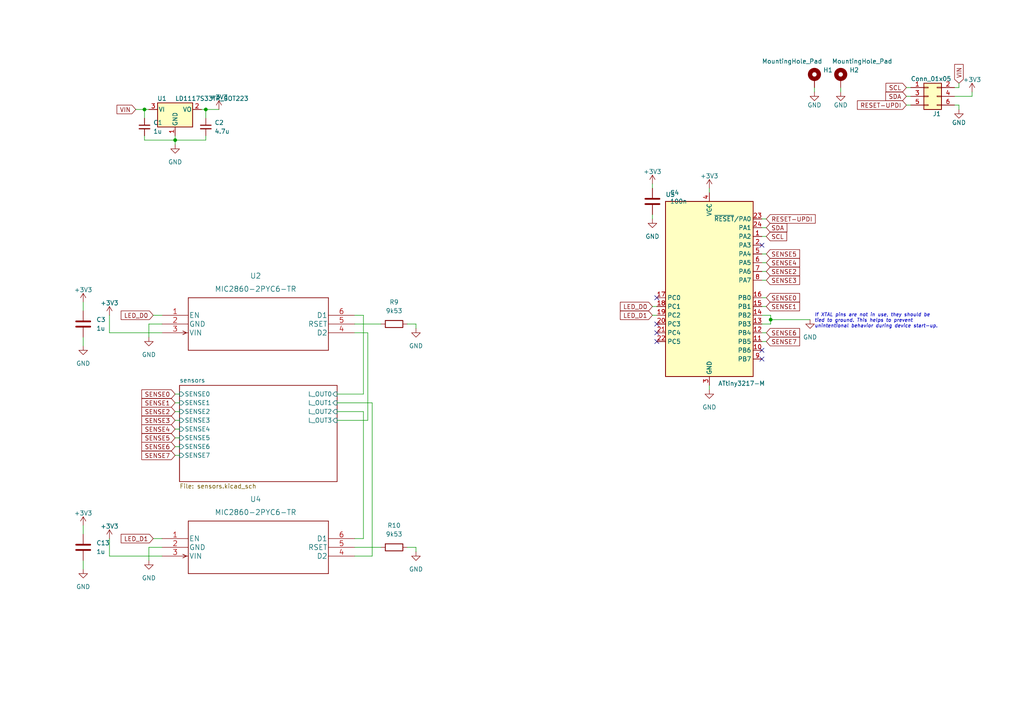
<source format=kicad_sch>
(kicad_sch (version 20211123) (generator eeschema)
  (paper "A4")
  (title_block (title "Schema Lijnvolger") (date "2022-11-08") (rev "1.0") (company "Daan Dekoning Krekels") (comment 1 "AP Hogeschool"))
  (lib_symbols
    (symbol "Connector_Generic:Conn_02x03_Odd_Even" (pin_names (offset 1.016) hide)
      (property "Reference" "J" (at 1.27 5.08 0))
      (property "Value" "Conn_02x03_Odd_Even" (at 1.27 -5.08 0))
      (symbol "Conn_02x03_Odd_Even_1_1"
        (rectangle (start -1.27 -2.413) (end 0 -2.667) (stroke (width 0.1524)))
        (rectangle (start -1.27 0.127) (end 0 -0.127) (stroke (width 0.1524)))
        (rectangle (start -1.27 2.667) (end 0 2.413) (stroke (width 0.1524)))
        (rectangle (start -1.27 3.81) (end 3.81 -3.81) (stroke (width 0.254)) (fill (type background)))
        (rectangle (start 3.81 -2.413) (end 2.54 -2.667) (stroke (width 0.1524)))
        (rectangle (start 3.81 0.127) (end 2.54 -0.127) (stroke (width 0.1524)))
        (rectangle (start 3.81 2.667) (end 2.54 2.413) (stroke (width 0.1524)))
        (pin passive line (at -5.08 2.54 0) (length 3.81) (name "Pin_1") (number "1"))
        (pin passive line (at 7.62 2.54 180) (length 3.81) (name "Pin_2") (number "2"))
        (pin passive line (at -5.08 0 0) (length 3.81) (name "Pin_3") (number "3"))
        (pin passive line (at 7.62 0 180) (length 3.81) (name "Pin_4") (number "4"))
        (pin passive line (at -5.08 -2.54 0) (length 3.81) (name "Pin_5") (number "5"))
        (pin passive line (at 7.62 -2.54 180) (length 3.81) (name "Pin_6") (number "6"))
      )
    )
    (symbol "Device:C" (pin_numbers hide) (pin_names (offset 0.254))
      (property "Reference" "C" (at 0.635 2.54 0))
      (property "Value" "C" (at 0.635 -2.54 0))
      (symbol "C_0_1"
        (polyline (pts (xy -2.032 -0.762) (xy 2.032 -0.762)) (stroke (width 0.508)))
        (polyline (pts (xy -2.032 0.762) (xy 2.032 0.762)) (stroke (width 0.508)))
      )
      (symbol "C_1_1"
        (pin passive line (at 0 3.81 270) (length 2.794) (name "~") (number "1"))
        (pin passive line (at 0 -3.81 90) (length 2.794) (name "~") (number "2"))
      )
    )
    (symbol "Device:C_Small" (pin_numbers hide) (pin_names (offset 0.254) hide)
      (property "Reference" "C" (at 0.254 1.778 0))
      (property "Value" "C_Small" (at 0.254 -2.032 0))
      (symbol "C_Small_0_1"
        (polyline (pts (xy -1.524 -0.508) (xy 1.524 -0.508)) (stroke (width 0.3302)))
        (polyline (pts (xy -1.524 0.508) (xy 1.524 0.508)) (stroke (width 0.3048)))
      )
      (symbol "C_Small_1_1"
        (pin passive line (at 0 2.54 270) (length 2.032) (name "~") (number "1"))
        (pin passive line (at 0 -2.54 90) (length 2.032) (name "~") (number "2"))
      )
    )
    (symbol "Device:R" (pin_numbers hide) (pin_names (offset 0))
      (property "Reference" "R" (at 2.032 0 90))
      (property "Value" "R" (at 0 0 90))
      (symbol "R_0_1"
        (rectangle (start -1.016 -2.54) (end 1.016 2.54) (stroke (width 0.254)))
      )
      (symbol "R_1_1"
        (pin passive line (at 0 3.81 270) (length 1.27) (name "~") (number "1"))
        (pin passive line (at 0 -3.81 90) (length 1.27) (name "~") (number "2"))
      )
    )
    (symbol "MCU_Microchip_ATtiny:ATtiny3217-M"
      (property "Reference" "U" (at -12.7 26.67 0))
      (property "Value" "ATtiny3217-M" (at 2.54 -26.67 0))
      (symbol "ATtiny3217-M_0_1"
        (rectangle (start -12.7 -25.4) (end 12.7 25.4) (stroke (width 0.254)) (fill (type background)))
      )
      (symbol "ATtiny3217-M_1_1"
        (pin bidirectional line (at 15.24 15.24 180) (length 2.54) (name "PA2") (number "1"))
        (pin bidirectional line (at 15.24 -17.78 180) (length 2.54) (name "PB6") (number "10"))
        (pin bidirectional line (at 15.24 -15.24 180) (length 2.54) (name "PB5") (number "11"))
        (pin bidirectional line (at 15.24 -12.7 180) (length 2.54) (name "PB4") (number "12"))
        (pin bidirectional line (at 15.24 -10.16 180) (length 2.54) (name "PB3") (number "13"))
        (pin bidirectional line (at 15.24 -7.62 180) (length 2.54) (name "PB2") (number "14"))
        (pin bidirectional line (at 15.24 -5.08 180) (length 2.54) (name "PB1") (number "15"))
        (pin bidirectional line (at 15.24 -2.54 180) (length 2.54) (name "PB0") (number "16"))
        (pin bidirectional line (at -15.24 -2.54 0) (length 2.54) (name "PC0") (number "17"))
        (pin bidirectional line (at -15.24 -5.08 0) (length 2.54) (name "PC1") (number "18"))
        (pin bidirectional line (at -15.24 -7.62 0) (length 2.54) (name "PC2") (number "19"))
        (pin bidirectional line (at 15.24 12.7 180) (length 2.54) (name "PA3") (number "2"))
        (pin bidirectional line (at -15.24 -10.16 0) (length 2.54) (name "PC3") (number "20"))
        (pin bidirectional line (at -15.24 -12.7 0) (length 2.54) (name "PC4") (number "21"))
        (pin bidirectional line (at -15.24 -15.24 0) (length 2.54) (name "PC5") (number "22"))
        (pin bidirectional line (at 15.24 20.32 180) (length 2.54) (name "~{RESET}/PA0") (number "23"))
        (pin bidirectional line (at 15.24 17.78 180) (length 2.54) (name "PA1") (number "24"))
        (pin passive line (at 0 -27.94 90) (length 2.54) hide (name "GND") (number "25"))
        (pin power_in line (at 0 -27.94 90) (length 2.54) (name "GND") (number "3"))
        (pin power_in line (at 0 27.94 270) (length 2.54) (name "VCC") (number "4"))
        (pin bidirectional line (at 15.24 10.16 180) (length 2.54) (name "PA4") (number "5"))
        (pin bidirectional line (at 15.24 7.62 180) (length 2.54) (name "PA5") (number "6"))
        (pin bidirectional line (at 15.24 5.08 180) (length 2.54) (name "PA6") (number "7"))
        (pin bidirectional line (at 15.24 2.54 180) (length 2.54) (name "PA7") (number "8"))
        (pin bidirectional line (at 15.24 -20.32 180) (length 2.54) (name "PB7") (number "9"))
      )
    )
    (symbol "MIC2860-2PYC6-TR:MIC2860-2PYC6-TR" (pin_names (offset 0.254))
      (property "Reference" "U" (at 27.94 10.16 0))
      (property "Value" "MIC2860-2PYC6-TR" (at 27.94 7.62 0))
      (symbol "MIC2860-2PYC6-TR_1_1"
        (polyline (pts (xy 7.112 -5.08) (xy 6.0452 -5.588)) (stroke (width 0.2032)))
        (polyline (pts (xy 7.112 -5.08) (xy 6.0452 -4.572)) (stroke (width 0.2032)))
        (polyline (pts (xy 7.62 -10.16) (xy 48.26 -10.16)) (stroke (width 0.2032)))
        (polyline (pts (xy 7.62 5.08) (xy 7.62 -10.16)) (stroke (width 0.2032)))
        (polyline (pts (xy 48.26 -10.16) (xy 48.26 5.08)) (stroke (width 0.2032)))
        (polyline (pts (xy 48.26 5.08) (xy 7.62 5.08)) (stroke (width 0.2032)))
        (pin unspecified line (at 0 0 0) (length 7.62) (name "EN") (number "1"))
        (pin power_in line (at 0 -2.54 0) (length 7.62) (name "GND") (number "2"))
        (pin input line (at 0 -5.08 0) (length 7.62) (name "VIN") (number "3"))
        (pin unspecified line (at 55.88 -5.08 180) (length 7.62) (name "D2") (number "4"))
        (pin unspecified line (at 55.88 -2.54 180) (length 7.62) (name "RSET") (number "5"))
        (pin unspecified line (at 55.88 0 180) (length 7.62) (name "D1") (number "6"))
      )
    )
    (symbol "Mechanical:MountingHole_Pad" (pin_numbers hide) (pin_names (offset 1.016) hide)
      (property "Reference" "H" (at 0 6.35 0))
      (property "Value" "MountingHole_Pad" (at 0 4.445 0))
      (symbol "MountingHole_Pad_0_1"
        (circle (center 0 1.27) (radius 1.27) (stroke (width 1.27)))
      )
      (symbol "MountingHole_Pad_1_1"
        (pin input line (at 0 -2.54 90) (length 2.54) (name "1") (number "1"))
      )
    )
    (symbol "Regulator_Linear:LD1117S33TR_SOT223" (pin_names (offset 0.254))
      (property "Reference" "U" (at -3.81 3.175 0))
      (property "Value" "LD1117S33TR_SOT223" (at 0 3.175 0))
      (symbol "LD1117S33TR_SOT223_0_1"
        (rectangle (start -5.08 -5.08) (end 5.08 1.905) (stroke (width 0.254)) (fill (type background)))
      )
      (symbol "LD1117S33TR_SOT223_1_1"
        (pin power_in line (at 0 -7.62 90) (length 2.54) (name "GND") (number "1"))
        (pin power_out line (at 7.62 0 180) (length 2.54) (name "VO") (number "2"))
        (pin power_in line (at -7.62 0 0) (length 2.54) (name "VI") (number "3"))
      )
    )
    (symbol "power:+3V3" (power) (pin_names (offset 0))
      (property "Value" "+3V3" (at 0 3.556 0))
      (symbol "+3V3_0_1"
        (polyline (pts (xy -0.762 1.27) (xy 0 2.54)))
        (polyline (pts (xy 0 0) (xy 0 2.54)))
        (polyline (pts (xy 0 2.54) (xy 0.762 1.27)))
      )
      (symbol "+3V3_1_1"
        (pin power_in line (at 0 0 90) (length 0) hide (name "+3V3") (number "1"))
      )
    )
    (symbol "power:GND" (power) (pin_names (offset 0))
      (property "Value" "GND" (at 0 -3.81 0))
      (symbol "GND_0_1"
        (polyline (pts (xy 0 0) (xy 0 -1.27) (xy 1.27 -1.27) (xy 0 -2.54) (xy -1.27 -1.27) (xy 0 -1.27)))
      )
      (symbol "GND_1_1"
        (pin power_in line (at 0 0 270) (length 0) hide (name "GND") (number "1"))
      )
    )
  )
  (junction (at 59.69 31.75))
  (junction (at 223.52 92.71))
  (junction (at 50.8 40.64))
  (junction (at 41.91 31.75))
  (no_connect (at 220.98 104.14))
  (no_connect (at 220.98 101.6))
  (no_connect (at 190.5 99.06))
  (no_connect (at 220.98 71.12))
  (no_connect (at 190.5 86.36))
  (no_connect (at 190.5 93.98))
  (no_connect (at 190.5 96.52))
  (wire (pts (xy 222.25 66.04) (xy 220.98 66.04)))
  (wire (pts (xy 105.41 91.44) (xy 102.87 91.44)))
  (wire (pts (xy 189.23 91.44) (xy 190.5 91.44)))
  (wire (pts (xy 220.98 73.66) (xy 222.25 73.66)))
  (wire (pts (xy 102.87 96.52) (xy 106.68 96.52)))
  (wire (pts (xy 262.89 30.48) (xy 264.16 30.48)))
  (wire (pts (xy 106.68 121.92) (xy 106.68 96.52)))
  (wire (pts (xy 281.94 27.94) (xy 281.94 26.67)))
  (wire (pts (xy 50.8 129.54) (xy 52.07 129.54)))
  (wire (pts (xy 118.11 93.98) (xy 120.65 93.98)))
  (wire (pts (xy 41.91 31.75) (xy 43.18 31.75)))
  (wire (pts (xy 220.98 99.06) (xy 222.25 99.06)))
  (wire (pts (xy 220.98 76.2) (xy 222.25 76.2)))
  (wire (pts (xy 205.74 113.03) (xy 205.74 111.76)))
  (wire (pts (xy 50.8 127) (xy 52.07 127)))
  (wire (pts (xy 262.89 27.94) (xy 264.16 27.94)))
  (wire (pts (xy 105.41 114.3) (xy 105.41 91.44)))
  (wire (pts (xy 205.74 59.69) (xy 205.74 60.96)))
  (wire (pts (xy 59.69 31.75) (xy 63.5 31.75)))
  (wire (pts (xy 236.22 25.4) (xy 236.22 26.67)))
  (wire (pts (xy 41.91 31.75) (xy 41.91 34.29)))
  (wire (pts (xy 102.87 156.21) (xy 105.41 156.21)))
  (wire (pts (xy 189.23 62.23) (xy 189.23 63.5)))
  (wire (pts (xy 50.8 116.84) (xy 52.07 116.84)))
  (wire (pts (xy 59.69 31.75) (xy 59.69 34.29)))
  (wire (pts (xy 105.41 156.21) (xy 105.41 119.38)))
  (wire (pts (xy 50.8 39.37) (xy 50.8 40.64)))
  (wire (pts (xy 46.99 93.98) (xy 43.18 93.98)))
  (wire (pts (xy 205.74 54.61) (xy 205.74 55.88)))
  (wire (pts (xy 50.8 121.92) (xy 52.07 121.92)))
  (wire (pts (xy 220.98 86.36) (xy 222.25 86.36)))
  (wire (pts (xy 276.86 30.48) (xy 278.13 30.48)))
  (wire (pts (xy 39.37 31.75) (xy 41.91 31.75)))
  (wire (pts (xy 44.45 156.21) (xy 46.99 156.21)))
  (wire (pts (xy 41.91 40.64) (xy 50.8 40.64)))
  (wire (pts (xy 222.25 68.58) (xy 220.98 68.58)))
  (wire (pts (xy 220.98 63.5) (xy 222.25 63.5)))
  (wire (pts (xy 43.18 93.98) (xy 43.18 97.79)))
  (wire (pts (xy 220.98 93.98) (xy 223.52 93.98)))
  (wire (pts (xy 97.79 121.92) (xy 106.68 121.92)))
  (wire (pts (xy 107.95 116.84) (xy 107.95 161.29)))
  (wire (pts (xy 50.8 40.64) (xy 59.69 40.64)))
  (wire (pts (xy 97.79 119.38) (xy 105.41 119.38)))
  (wire (pts (xy 223.52 92.71) (xy 223.52 91.44)))
  (wire (pts (xy 24.13 87.63) (xy 24.13 90.17)))
  (wire (pts (xy 31.75 96.52) (xy 31.75 91.44)))
  (wire (pts (xy 189.23 53.34) (xy 189.23 54.61)))
  (wire (pts (xy 120.65 160.02) (xy 120.65 158.75)))
  (wire (pts (xy 276.86 25.4) (xy 278.13 25.4)))
  (wire (pts (xy 223.52 93.98) (xy 223.52 92.71)))
  (wire (pts (xy 59.69 39.37) (xy 59.69 40.64)))
  (wire (pts (xy 50.8 119.38) (xy 52.07 119.38)))
  (wire (pts (xy 205.74 106.68) (xy 205.74 107.95)))
  (wire (pts (xy 41.91 39.37) (xy 41.91 40.64)))
  (wire (pts (xy 278.13 25.4) (xy 278.13 24.13)))
  (wire (pts (xy 107.95 116.84) (xy 97.79 116.84)))
  (wire (pts (xy 50.8 124.46) (xy 52.07 124.46)))
  (wire (pts (xy 118.11 158.75) (xy 120.65 158.75)))
  (wire (pts (xy 102.87 158.75) (xy 110.49 158.75)))
  (wire (pts (xy 262.89 25.4) (xy 264.16 25.4)))
  (wire (pts (xy 220.98 91.44) (xy 223.52 91.44)))
  (wire (pts (xy 50.8 114.3) (xy 52.07 114.3)))
  (wire (pts (xy 223.52 92.71) (xy 234.95 92.71)))
  (wire (pts (xy 50.8 132.08) (xy 52.07 132.08)))
  (wire (pts (xy 58.42 31.75) (xy 59.69 31.75)))
  (wire (pts (xy 220.98 96.52) (xy 222.25 96.52)))
  (wire (pts (xy 107.95 161.29) (xy 102.87 161.29)))
  (wire (pts (xy 220.98 81.28) (xy 222.25 81.28)))
  (wire (pts (xy 278.13 31.75) (xy 278.13 30.48)))
  (wire (pts (xy 220.98 88.9) (xy 222.25 88.9)))
  (wire (pts (xy 46.99 158.75) (xy 43.18 158.75)))
  (wire (pts (xy 97.79 114.3) (xy 105.41 114.3)))
  (wire (pts (xy 243.84 25.4) (xy 243.84 26.67)))
  (wire (pts (xy 120.65 95.25) (xy 120.65 93.98)))
  (wire (pts (xy 43.18 158.75) (xy 43.18 162.56)))
  (wire (pts (xy 24.13 152.4) (xy 24.13 154.94)))
  (wire (pts (xy 276.86 27.94) (xy 281.94 27.94)))
  (wire (pts (xy 31.75 161.29) (xy 46.99 161.29)))
  (wire (pts (xy 189.23 88.9) (xy 190.5 88.9)))
  (wire (pts (xy 44.45 91.44) (xy 46.99 91.44)))
  (wire (pts (xy 50.8 40.64) (xy 50.8 41.91)))
  (wire (pts (xy 46.99 96.52) (xy 31.75 96.52)))
  (wire (pts (xy 102.87 93.98) (xy 110.49 93.98)))
  (wire (pts (xy 24.13 97.79) (xy 24.13 100.33)))
  (wire (pts (xy 31.75 156.21) (xy 31.75 161.29)))
  (wire (pts (xy 24.13 162.56) (xy 24.13 165.1)))
  (wire (pts (xy 220.98 78.74) (xy 222.25 78.74)))
  (text "If XTAL pins are not in use, they should be \ntied to ground. This helps to prevent \nunintentional behavior during device start-up." (at 236.22 95.25 0) (effects (font (size 1 1) italic) (justify left bottom)))
  (global_label "SENSE5" (shape input) (at 222.25 73.66 0) (property "Intersheet References" "${INTERSHEET_REFS}" (effects hide)))
  (global_label "SENSE3" (shape input) (at 50.8 121.92 180) (property "Intersheet References" "${INTERSHEET_REFS}" (effects hide)))
  (global_label "SENSE2" (shape input) (at 222.25 78.74 0) (property "Intersheet References" "${INTERSHEET_REFS}" (effects hide)))
  (global_label "VIN" (shape input) (at 39.37 31.75 180) (property "Intersheet References" "${INTERSHEET_REFS}" (effects hide)))
  (global_label "LED_D0" (shape input) (at 189.23 88.9 180) (property "Intersheet References" "${INTERSHEET_REFS}" (effects hide)))
  (global_label "SENSE0" (shape input) (at 222.25 86.36 0) (property "Intersheet References" "${INTERSHEET_REFS}" (effects hide)))
  (global_label "SDA" (shape input) (at 222.25 66.04 0) (property "Intersheet References" "${INTERSHEET_REFS}" (effects hide)))
  (global_label "RESET-UPDI" (shape input) (at 222.25 63.5 0) (property "Intersheet References" "${INTERSHEET_REFS}" (effects hide)))
  (global_label "SENSE0" (shape input) (at 50.8 114.3 180) (property "Intersheet References" "${INTERSHEET_REFS}" (effects hide)))
  (global_label "VIN" (shape input) (at 278.13 24.13 90) (property "Intersheet References" "${INTERSHEET_REFS}" (effects hide)))
  (global_label "SENSE1" (shape input) (at 50.8 116.84 180) (property "Intersheet References" "${INTERSHEET_REFS}" (effects hide)))
  (global_label "SENSE1" (shape input) (at 222.25 88.9 0) (property "Intersheet References" "${INTERSHEET_REFS}" (effects hide)))
  (global_label "SENSE5" (shape input) (at 50.8 127 180) (property "Intersheet References" "${INTERSHEET_REFS}" (effects hide)))
  (global_label "LED_D1" (shape input) (at 44.45 156.21 180) (property "Intersheet References" "${INTERSHEET_REFS}" (effects hide)))
  (global_label "SENSE4" (shape input) (at 50.8 124.46 180) (property "Intersheet References" "${INTERSHEET_REFS}" (effects hide)))
  (global_label "SENSE7" (shape input) (at 222.25 99.06 0) (property "Intersheet References" "${INTERSHEET_REFS}" (effects hide)))
  (global_label "SCL" (shape input) (at 262.89 25.4 180) (property "Intersheet References" "${INTERSHEET_REFS}" (effects hide)))
  (global_label "SENSE6" (shape input) (at 222.25 96.52 0) (property "Intersheet References" "${INTERSHEET_REFS}" (effects hide)))
  (global_label "LED_D0" (shape input) (at 44.45 91.44 180) (property "Intersheet References" "${INTERSHEET_REFS}" (effects hide)))
  (global_label "RESET-UPDI" (shape input) (at 262.89 30.48 180) (property "Intersheet References" "${INTERSHEET_REFS}" (effects hide)))
  (global_label "SENSE6" (shape input) (at 50.8 129.54 180) (property "Intersheet References" "${INTERSHEET_REFS}" (effects hide)))
  (global_label "SENSE4" (shape input) (at 222.25 76.2 0) (property "Intersheet References" "${INTERSHEET_REFS}" (effects hide)))
  (global_label "SENSE3" (shape input) (at 222.25 81.28 0) (property "Intersheet References" "${INTERSHEET_REFS}" (effects hide)))
  (global_label "SENSE7" (shape input) (at 50.8 132.08 180) (property "Intersheet References" "${INTERSHEET_REFS}" (effects hide)))
  (global_label "SCL" (shape input) (at 222.25 68.58 0) (property "Intersheet References" "${INTERSHEET_REFS}" (effects hide)))
  (global_label "LED_D1" (shape input) (at 189.23 91.44 180) (property "Intersheet References" "${INTERSHEET_REFS}" (effects hide)))
  (global_label "SENSE2" (shape input) (at 50.8 119.38 180) (property "Intersheet References" "${INTERSHEET_REFS}" (effects hide)))
  (global_label "SDA" (shape input) (at 262.89 27.94 180) (property "Intersheet References" "${INTERSHEET_REFS}" (effects hide)))
  (symbol (lib_id "power:+3V3") (at 24.13 152.4 0) (unit 1)
    (property "Reference" "#PWR0115" (effects hide))
    (property "Value" "+3V3" (at 24.13 148.844 0))
  )
  (symbol (lib_id "Device:R") (at 114.3 93.98 90) (unit 1)
    (property "Reference" "R9" (at 114.3 87.63 90))
    (property "Value" "9k53" (at 114.3 90.17 90))
    (property "Footprint" "Resistor_SMD:R_0805_2012Metric_Pad1.20x1.40mm_HandSolder" (effects hide))
  )
  (symbol (lib_id "Connector_Generic:Conn_02x03_Odd_Even") (at 269.24 27.94 0) (unit 1)
    (property "Reference" "J1" (at 270.51 33.02 0) (effects (justify left)))
    (property "Value" "Conn_01x05" (at 264.16 22.86 0) (effects (justify left)))
    (property "Footprint" "Connector_PinHeader_2.54mm:PinHeader_2x03_P2.54mm_Vertical" (effects hide))
  )
  (symbol (lib_id "Device:C") (at 24.13 93.98 0) (unit 1)
    (property "Reference" "C3" (at 27.94 92.7099 0) (effects (justify left)))
    (property "Value" "1u" (at 27.94 95.2499 0) (effects (justify left)))
    (property "Footprint" "Capacitor_SMD:C_0805_2012Metric_Pad1.18x1.45mm_HandSolder" (effects hide))
  )
  (symbol (lib_id "Device:C") (at 189.23 58.42 0) (unit 1)
    (property "Reference" "C4" (at 194.31 55.88 0) (effects (justify left)))
    (property "Value" "100n" (at 194.31 58.42 0) (effects (justify left)))
    (property "Footprint" "Capacitor_SMD:C_0805_2012Metric_Pad1.18x1.45mm_HandSolder" (effects hide))
  )
  (symbol (lib_id "Regulator_Linear:LD1117S33TR_SOT223") (at 50.8 31.75 0) (unit 1)
    (property "Reference" "U1" (at 46.99 28.575 0))
    (property "Value" "LD1117S33TR_SOT223" (at 50.8 28.575 0) (effects (justify left)))
    (property "Footprint" "Package_TO_SOT_SMD:SOT-223-3_TabPin2" (effects hide))
    (property "Datasheet" "http://www.st.com/st-web-ui/static/active/en/resource/technical/document/datasheet/CD00000544.pdf" (effects hide))
  )
  (symbol (lib_id "Mechanical:MountingHole_Pad") (at 243.84 22.86 0) (unit 1)
    (property "Reference" "H2" (at 246.38 20.3199 0) (effects (justify left)))
    (property "Value" "MountingHole_Pad" (at 241.3 17.78 0) (effects (justify left)))
    (property "Footprint" "MountingHole:MountingHole_2.5mm_Pad" (effects hide))
  )
  (symbol (lib_id "power:GND") (at 43.18 97.79 0) (unit 1)
    (property "Reference" "#PWR0119" (effects hide))
    (property "Value" "GND" (at 43.18 102.87 0))
  )
  (symbol (lib_id "Device:C_Small") (at 41.91 36.83 0) (unit 1)
    (property "Reference" "C1" (at 44.45 35.5662 0) (effects (justify left)))
    (property "Value" "1u" (at 44.45 38.1062 0) (effects (justify left)))
    (property "Footprint" "Capacitor_SMD:C_0805_2012Metric_Pad1.18x1.45mm_HandSolder" (effects hide))
  )
  (symbol (lib_id "power:GND") (at 24.13 165.1 0) (unit 1)
    (property "Reference" "#PWR0131" (effects hide))
    (property "Value" "GND" (at 24.13 170.18 0))
  )
  (symbol (lib_id "power:GND") (at 243.84 26.67 0) (unit 1)
    (property "Reference" "#PWR0141" (effects hide))
    (property "Value" "GND" (at 243.84 30.48 0))
  )
  (symbol (lib_id "power:GND") (at 24.13 100.33 0) (unit 1)
    (property "Reference" "#PWR0102" (effects hide))
    (property "Value" "GND" (at 24.13 105.41 0))
  )
  (symbol (lib_id "power:GND") (at 234.95 92.71 0) (unit 1)
    (property "Reference" "#PWR0139" (effects hide))
    (property "Value" "GND" (at 234.95 97.79 0))
  )
  (symbol (lib_id "power:+3V3") (at 189.23 53.34 0) (unit 1)
    (property "Reference" "#PWR0101" (effects hide))
    (property "Value" "+3V3" (at 189.23 49.784 0))
  )
  (symbol (lib_id "power:GND") (at 50.8 41.91 0) (unit 1)
    (property "Reference" "#PWR0105" (effects hide))
    (property "Value" "GND" (at 50.8 46.99 0))
  )
  (symbol (lib_id "power:GND") (at 189.23 63.5 0) (unit 1)
    (property "Reference" "#PWR0110" (effects hide))
    (property "Value" "GND" (at 189.23 68.58 0))
  )
  (symbol (lib_id "power:+3V3") (at 63.5 31.75 0) (unit 1)
    (property "Reference" "#PWR0106" (effects hide))
    (property "Value" "+3V3" (at 63.5 28.194 0))
  )
  (symbol (lib_id "power:GND") (at 236.22 26.67 0) (unit 1)
    (property "Reference" "#PWR0140" (effects hide))
    (property "Value" "GND" (at 236.22 30.48 0))
  )
  (symbol (lib_id "power:GND") (at 43.18 162.56 0) (unit 1)
    (property "Reference" "#PWR0125" (effects hide))
    (property "Value" "GND" (at 43.18 167.64 0))
  )
  (symbol (lib_id "power:GND") (at 278.13 31.75 0) (unit 1)
    (property "Reference" "#PWR0111" (effects hide))
    (property "Value" "GND" (at 278.13 35.56 0))
  )
  (symbol (lib_id "power:+3V3") (at 205.74 54.61 0) (unit 1)
    (property "Reference" "#PWR0103" (effects hide))
    (property "Value" "+3V3" (at 205.74 51.054 0))
  )
  (symbol (lib_id "MIC2860-2PYC6-TR:MIC2860-2PYC6-TR") (at 46.99 156.21 0) (unit 1)
    (property "Reference" "U4" (at 74.1426 144.78 0) (effects (font (size 1.524 1.524))))
    (property "Value" "MIC2860-2PYC6-TR" (at 74.1426 148.59 0) (effects (font (size 1.524 1.524))))
    (property "Footprint" "Package_TO_SOT_SMD:SOT-23-6_Handsoldering" (effects hide))
    (property "Datasheet" "https://www.farnell.com/datasheets/2786856.pdf" (effects hide))
  )
  (symbol (lib_id "Mechanical:MountingHole_Pad") (at 236.22 22.86 0) (unit 1)
    (property "Reference" "H1" (at 238.76 20.3199 0) (effects (justify left)))
    (property "Value" "MountingHole_Pad" (at 220.98 17.78 0) (effects (justify left)))
    (property "Footprint" "MountingHole:MountingHole_2.5mm_Pad" (effects hide))
  )
  (symbol (lib_id "power:GND") (at 205.74 113.03 0) (unit 1)
    (property "Reference" "#PWR0109" (effects hide))
    (property "Value" "GND" (at 205.74 118.11 0))
  )
  (symbol (lib_id "MIC2860-2PYC6-TR:MIC2860-2PYC6-TR") (at 46.99 91.44 0) (unit 1)
    (property "Reference" "U2" (at 74.1426 80.01 0) (effects (font (size 1.524 1.524))))
    (property "Value" "MIC2860-2PYC6-TR" (at 74.1426 83.82 0) (effects (font (size 1.524 1.524))))
    (property "Footprint" "Package_TO_SOT_SMD:SOT-23-6_Handsoldering" (effects hide))
    (property "Datasheet" "https://www.farnell.com/datasheets/2786856.pdf" (effects hide))
  )
  (symbol (lib_id "power:+3V3") (at 31.75 156.21 0) (unit 1)
    (property "Reference" "#PWR0114" (effects hide))
    (property "Value" "+3V3" (at 31.75 152.654 0))
  )
  (symbol (lib_id "power:GND") (at 120.65 160.02 0) (unit 1)
    (property "Reference" "#PWR0113" (effects hide))
    (property "Value" "GND" (at 120.65 165.1 0))
  )
  (symbol (lib_id "Device:R") (at 114.3 158.75 90) (unit 1)
    (property "Reference" "R10" (at 114.3 152.4 90))
    (property "Value" "9k53" (at 114.3 154.94 90))
    (property "Footprint" "Resistor_SMD:R_0805_2012Metric_Pad1.20x1.40mm_HandSolder" (effects hide))
  )
  (symbol (lib_id "power:+3V3") (at 31.75 91.44 0) (unit 1)
    (property "Reference" "#PWR0107" (effects hide))
    (property "Value" "+3V3" (at 31.75 87.884 0))
  )
  (symbol (lib_id "Device:C") (at 24.13 158.75 0) (unit 1)
    (property "Reference" "C13" (at 27.94 157.4799 0) (effects (justify left)))
    (property "Value" "1u" (at 27.94 160.0199 0) (effects (justify left)))
    (property "Footprint" "Capacitor_SMD:C_0805_2012Metric_Pad1.18x1.45mm_HandSolder" (effects hide))
  )
  (symbol (lib_id "power:GND") (at 120.65 95.25 0) (unit 1)
    (property "Reference" "#PWR0104" (effects hide))
    (property "Value" "GND" (at 120.65 100.33 0))
  )
  (symbol (lib_id "Device:C_Small") (at 59.69 36.83 0) (unit 1)
    (property "Reference" "C2" (at 62.23 35.5662 0) (effects (justify left)))
    (property "Value" "4.7u" (at 62.23 38.1062 0) (effects (justify left)))
    (property "Footprint" "Capacitor_SMD:C_0805_2012Metric_Pad1.18x1.45mm_HandSolder" (effects hide))
  )
  (symbol (lib_id "power:+3V3") (at 24.13 87.63 0) (unit 1)
    (property "Reference" "#PWR0108" (effects hide))
    (property "Value" "+3V3" (at 24.13 84.074 0))
  )
  (symbol (lib_id "MCU_Microchip_ATtiny:ATtiny3217-M") (at 205.74 83.82 0) (unit 1)
    (property "Reference" "U3" (at 193.04 57.15 0) (effects (justify left bottom)))
    (property "Value" "ATtiny3217-M" (at 208.28 110.49 0) (effects (justify left top)))
    (property "Footprint" "Package_DFN_QFN:QFN-24-1EP_4x4mm_P0.5mm_EP2.6x2.6mm" (effects hide))
    (property "Datasheet" "http://ww1.microchip.com/downloads/en/DeviceDoc/ATtiny3216-17-DataSheet-DS40002205A.pdf" (effects hide))
  )
  (symbol (lib_id "power:+3V3") (at 281.94 26.67 0) (unit 1)
    (property "Reference" "#PWR0112" (effects hide))
    (property "Value" "+3V3" (at 281.94 23.114 0))
  )
  (sheet (at 52.07 111.76) (size 45.72 27.94) (stroke (width 0.1524))
    (property "Sheet name" "sensors" (at 52.07 111.0484 0) (effects (justify left bottom)))
    (property "Sheet file" "sensors.kicad_sch" (at 52.07 140.2846 0) (effects (justify left top)))
    (pin "SENSE1" input (at 52.07 116.84 180))
    (pin "SENSE0" input (at 52.07 114.3 180))
    (pin "SENSE2" input (at 52.07 119.38 180))
    (pin "L_OUT2" input (at 97.79 119.38 0))
    (pin "SENSE3" input (at 52.07 121.92 180))
    (pin "L_OUT3" input (at 97.79 121.92 0))
    (pin "SENSE7" input (at 52.07 132.08 180))
    (pin "SENSE6" input (at 52.07 129.54 180))
    (pin "L_OUT0" input (at 97.79 114.3 0))
    (pin "SENSE4" input (at 52.07 124.46 180))
    (pin "SENSE5" input (at 52.07 127 180))
    (pin "L_OUT1" input (at 97.79 116.84 0))
  )
)
</source>
